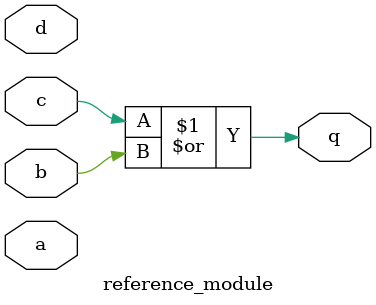
<source format=sv>
module reference_module (
	input a, 
	input b, 
	input c, 
	input d,
	output q
);

	assign q = c | b;
	
endmodule

</source>
